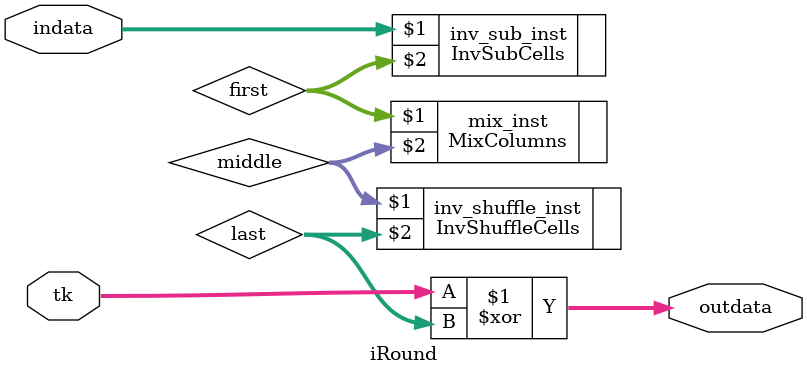
<source format=v>

module Round
    (
        input wire [127:0] tk,
        input wire [127:0] indata,
        output wire [127:0] outdata
    );
    localparam n = 128;
    wire [n-1:0] first;
    wire [n-1:0] last;
    assign first = tk^indata;
    wire [n-1:0] middle;
    ShuffleCells shuffle_inst(first, middle);
    MixColumns  mix_inst(middle, last);
    SubCells  sub_inst(last, outdata);
endmodule


module iRound
    (
        input wire [127:0] tk,
        input wire [127:0] indata,
        output wire [127:0] outdata
    );
    localparam n = 128;
    
    wire [n-1:0] first;
    wire [n-1:0] last;
    InvSubCells inv_sub_inst(indata, first);
    wire [n-1:0] middle;
    MixColumns mix_inst(first, middle);
    InvShuffleCells  inv_shuffle_inst(middle, last);
    assign outdata = tk^last;

endmodule

</source>
